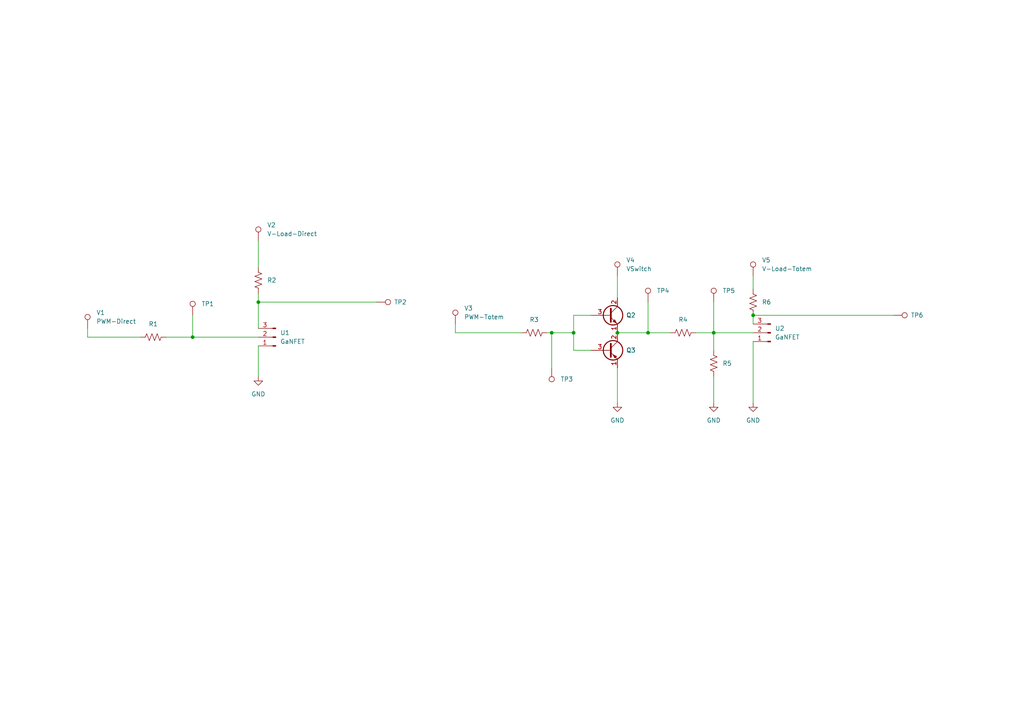
<source format=kicad_sch>
(kicad_sch (version 20211123) (generator eeschema)

  (uuid 9538e4ed-27e6-4c37-b989-9859dc0d49e8)

  (paper "A4")

  (lib_symbols
    (symbol "Connector:Conn_01x03_Male" (pin_names (offset 1.016) hide) (in_bom yes) (on_board yes)
      (property "Reference" "J" (id 0) (at 0 5.08 0)
        (effects (font (size 1.27 1.27)))
      )
      (property "Value" "Conn_01x03_Male" (id 1) (at 0 -5.08 0)
        (effects (font (size 1.27 1.27)))
      )
      (property "Footprint" "" (id 2) (at 0 0 0)
        (effects (font (size 1.27 1.27)) hide)
      )
      (property "Datasheet" "~" (id 3) (at 0 0 0)
        (effects (font (size 1.27 1.27)) hide)
      )
      (property "ki_keywords" "connector" (id 4) (at 0 0 0)
        (effects (font (size 1.27 1.27)) hide)
      )
      (property "ki_description" "Generic connector, single row, 01x03, script generated (kicad-library-utils/schlib/autogen/connector/)" (id 5) (at 0 0 0)
        (effects (font (size 1.27 1.27)) hide)
      )
      (property "ki_fp_filters" "Connector*:*_1x??_*" (id 6) (at 0 0 0)
        (effects (font (size 1.27 1.27)) hide)
      )
      (symbol "Conn_01x03_Male_1_1"
        (polyline
          (pts
            (xy 1.27 -2.54)
            (xy 0.8636 -2.54)
          )
          (stroke (width 0.1524) (type default) (color 0 0 0 0))
          (fill (type none))
        )
        (polyline
          (pts
            (xy 1.27 0)
            (xy 0.8636 0)
          )
          (stroke (width 0.1524) (type default) (color 0 0 0 0))
          (fill (type none))
        )
        (polyline
          (pts
            (xy 1.27 2.54)
            (xy 0.8636 2.54)
          )
          (stroke (width 0.1524) (type default) (color 0 0 0 0))
          (fill (type none))
        )
        (rectangle (start 0.8636 -2.413) (end 0 -2.667)
          (stroke (width 0.1524) (type default) (color 0 0 0 0))
          (fill (type outline))
        )
        (rectangle (start 0.8636 0.127) (end 0 -0.127)
          (stroke (width 0.1524) (type default) (color 0 0 0 0))
          (fill (type outline))
        )
        (rectangle (start 0.8636 2.667) (end 0 2.413)
          (stroke (width 0.1524) (type default) (color 0 0 0 0))
          (fill (type outline))
        )
        (pin passive line (at 5.08 2.54 180) (length 3.81)
          (name "Pin_1" (effects (font (size 1.27 1.27))))
          (number "1" (effects (font (size 1.27 1.27))))
        )
        (pin passive line (at 5.08 0 180) (length 3.81)
          (name "Pin_2" (effects (font (size 1.27 1.27))))
          (number "2" (effects (font (size 1.27 1.27))))
        )
        (pin passive line (at 5.08 -2.54 180) (length 3.81)
          (name "Pin_3" (effects (font (size 1.27 1.27))))
          (number "3" (effects (font (size 1.27 1.27))))
        )
      )
    )
    (symbol "Connector:TestPoint" (pin_numbers hide) (pin_names (offset 0.762) hide) (in_bom yes) (on_board yes)
      (property "Reference" "TP" (id 0) (at 0 6.858 0)
        (effects (font (size 1.27 1.27)))
      )
      (property "Value" "TestPoint" (id 1) (at 0 5.08 0)
        (effects (font (size 1.27 1.27)))
      )
      (property "Footprint" "" (id 2) (at 5.08 0 0)
        (effects (font (size 1.27 1.27)) hide)
      )
      (property "Datasheet" "~" (id 3) (at 5.08 0 0)
        (effects (font (size 1.27 1.27)) hide)
      )
      (property "ki_keywords" "test point tp" (id 4) (at 0 0 0)
        (effects (font (size 1.27 1.27)) hide)
      )
      (property "ki_description" "test point" (id 5) (at 0 0 0)
        (effects (font (size 1.27 1.27)) hide)
      )
      (property "ki_fp_filters" "Pin* Test*" (id 6) (at 0 0 0)
        (effects (font (size 1.27 1.27)) hide)
      )
      (symbol "TestPoint_0_1"
        (circle (center 0 3.302) (radius 0.762)
          (stroke (width 0) (type default) (color 0 0 0 0))
          (fill (type none))
        )
      )
      (symbol "TestPoint_1_1"
        (pin passive line (at 0 0 90) (length 2.54)
          (name "1" (effects (font (size 1.27 1.27))))
          (number "1" (effects (font (size 1.27 1.27))))
        )
      )
    )
    (symbol "Device:R_US" (pin_numbers hide) (pin_names (offset 0)) (in_bom yes) (on_board yes)
      (property "Reference" "R" (id 0) (at 2.54 0 90)
        (effects (font (size 1.27 1.27)))
      )
      (property "Value" "R_US" (id 1) (at -2.54 0 90)
        (effects (font (size 1.27 1.27)))
      )
      (property "Footprint" "" (id 2) (at 1.016 -0.254 90)
        (effects (font (size 1.27 1.27)) hide)
      )
      (property "Datasheet" "~" (id 3) (at 0 0 0)
        (effects (font (size 1.27 1.27)) hide)
      )
      (property "ki_keywords" "R res resistor" (id 4) (at 0 0 0)
        (effects (font (size 1.27 1.27)) hide)
      )
      (property "ki_description" "Resistor, US symbol" (id 5) (at 0 0 0)
        (effects (font (size 1.27 1.27)) hide)
      )
      (property "ki_fp_filters" "R_*" (id 6) (at 0 0 0)
        (effects (font (size 1.27 1.27)) hide)
      )
      (symbol "R_US_0_1"
        (polyline
          (pts
            (xy 0 -2.286)
            (xy 0 -2.54)
          )
          (stroke (width 0) (type default) (color 0 0 0 0))
          (fill (type none))
        )
        (polyline
          (pts
            (xy 0 2.286)
            (xy 0 2.54)
          )
          (stroke (width 0) (type default) (color 0 0 0 0))
          (fill (type none))
        )
        (polyline
          (pts
            (xy 0 -0.762)
            (xy 1.016 -1.143)
            (xy 0 -1.524)
            (xy -1.016 -1.905)
            (xy 0 -2.286)
          )
          (stroke (width 0) (type default) (color 0 0 0 0))
          (fill (type none))
        )
        (polyline
          (pts
            (xy 0 0.762)
            (xy 1.016 0.381)
            (xy 0 0)
            (xy -1.016 -0.381)
            (xy 0 -0.762)
          )
          (stroke (width 0) (type default) (color 0 0 0 0))
          (fill (type none))
        )
        (polyline
          (pts
            (xy 0 2.286)
            (xy 1.016 1.905)
            (xy 0 1.524)
            (xy -1.016 1.143)
            (xy 0 0.762)
          )
          (stroke (width 0) (type default) (color 0 0 0 0))
          (fill (type none))
        )
      )
      (symbol "R_US_1_1"
        (pin passive line (at 0 3.81 270) (length 1.27)
          (name "~" (effects (font (size 1.27 1.27))))
          (number "1" (effects (font (size 1.27 1.27))))
        )
        (pin passive line (at 0 -3.81 90) (length 1.27)
          (name "~" (effects (font (size 1.27 1.27))))
          (number "2" (effects (font (size 1.27 1.27))))
        )
      )
    )
    (symbol "R_US_1" (pin_numbers hide) (pin_names (offset 0)) (in_bom yes) (on_board yes)
      (property "Reference" "R" (id 0) (at 2.54 0 90)
        (effects (font (size 1.27 1.27)))
      )
      (property "Value" "R_US_1" (id 1) (at -2.54 0 90)
        (effects (font (size 1.27 1.27)))
      )
      (property "Footprint" "" (id 2) (at 1.016 -0.254 90)
        (effects (font (size 1.27 1.27)) hide)
      )
      (property "Datasheet" "~" (id 3) (at 0 0 0)
        (effects (font (size 1.27 1.27)) hide)
      )
      (property "ki_keywords" "R res resistor" (id 4) (at 0 0 0)
        (effects (font (size 1.27 1.27)) hide)
      )
      (property "ki_description" "Resistor, US symbol" (id 5) (at 0 0 0)
        (effects (font (size 1.27 1.27)) hide)
      )
      (property "ki_fp_filters" "R_*" (id 6) (at 0 0 0)
        (effects (font (size 1.27 1.27)) hide)
      )
      (symbol "R_US_1_0_1"
        (polyline
          (pts
            (xy 0 -2.286)
            (xy 0 -2.54)
          )
          (stroke (width 0) (type default) (color 0 0 0 0))
          (fill (type none))
        )
        (polyline
          (pts
            (xy 0 2.286)
            (xy 0 2.54)
          )
          (stroke (width 0) (type default) (color 0 0 0 0))
          (fill (type none))
        )
        (polyline
          (pts
            (xy 0 -0.762)
            (xy 1.016 -1.143)
            (xy 0 -1.524)
            (xy -1.016 -1.905)
            (xy 0 -2.286)
          )
          (stroke (width 0) (type default) (color 0 0 0 0))
          (fill (type none))
        )
        (polyline
          (pts
            (xy 0 0.762)
            (xy 1.016 0.381)
            (xy 0 0)
            (xy -1.016 -0.381)
            (xy 0 -0.762)
          )
          (stroke (width 0) (type default) (color 0 0 0 0))
          (fill (type none))
        )
        (polyline
          (pts
            (xy 0 2.286)
            (xy 1.016 1.905)
            (xy 0 1.524)
            (xy -1.016 1.143)
            (xy 0 0.762)
          )
          (stroke (width 0) (type default) (color 0 0 0 0))
          (fill (type none))
        )
      )
      (symbol "R_US_1_1_1"
        (pin passive line (at 0 3.81 270) (length 1.27)
          (name "~" (effects (font (size 1.27 1.27))))
          (number "1" (effects (font (size 1.27 1.27))))
        )
        (pin passive line (at 0 -3.81 90) (length 1.27)
          (name "~" (effects (font (size 1.27 1.27))))
          (number "2" (effects (font (size 1.27 1.27))))
        )
      )
    )
    (symbol "Transistor_BJT:BD435" (pin_names (offset 0) hide) (in_bom yes) (on_board yes)
      (property "Reference" "Q" (id 0) (at 5.08 1.905 0)
        (effects (font (size 1.27 1.27)) (justify left))
      )
      (property "Value" "BD435" (id 1) (at 5.08 0 0)
        (effects (font (size 1.27 1.27)) (justify left))
      )
      (property "Footprint" "Package_TO_SOT_THT:TO-126-3_Vertical" (id 2) (at 5.08 -1.905 0)
        (effects (font (size 1.27 1.27) italic) (justify left) hide)
      )
      (property "Datasheet" "http://www.cdil.com/datasheets/bd433_42.pdf" (id 3) (at 0 0 0)
        (effects (font (size 1.27 1.27)) (justify left) hide)
      )
      (property "ki_keywords" "Power NPN Transistor" (id 4) (at 0 0 0)
        (effects (font (size 1.27 1.27)) hide)
      )
      (property "ki_description" "4A Ic, 32V Vce, Power NPN Transistor, TO-126" (id 5) (at 0 0 0)
        (effects (font (size 1.27 1.27)) hide)
      )
      (property "ki_fp_filters" "TO?126*" (id 6) (at 0 0 0)
        (effects (font (size 1.27 1.27)) hide)
      )
      (symbol "BD435_0_1"
        (polyline
          (pts
            (xy 0 0)
            (xy 0.635 0)
          )
          (stroke (width 0) (type default) (color 0 0 0 0))
          (fill (type none))
        )
        (polyline
          (pts
            (xy 2.54 -2.54)
            (xy 0.635 -0.635)
          )
          (stroke (width 0) (type default) (color 0 0 0 0))
          (fill (type none))
        )
        (polyline
          (pts
            (xy 2.54 2.54)
            (xy 0.635 0.635)
          )
          (stroke (width 0) (type default) (color 0 0 0 0))
          (fill (type none))
        )
        (polyline
          (pts
            (xy 0.635 1.905)
            (xy 0.635 -1.905)
            (xy 0.635 -1.905)
          )
          (stroke (width 0.508) (type default) (color 0 0 0 0))
          (fill (type outline))
        )
        (polyline
          (pts
            (xy 1.2446 -1.778)
            (xy 1.7526 -1.27)
            (xy 2.286 -2.286)
            (xy 1.2446 -1.778)
            (xy 1.2446 -1.778)
          )
          (stroke (width 0) (type default) (color 0 0 0 0))
          (fill (type outline))
        )
        (circle (center 1.27 0) (radius 2.8194)
          (stroke (width 0.3048) (type default) (color 0 0 0 0))
          (fill (type none))
        )
      )
      (symbol "BD435_1_1"
        (pin passive line (at 2.54 -5.08 90) (length 2.54)
          (name "E" (effects (font (size 1.27 1.27))))
          (number "1" (effects (font (size 1.27 1.27))))
        )
        (pin passive line (at 2.54 5.08 270) (length 2.54)
          (name "C" (effects (font (size 1.27 1.27))))
          (number "2" (effects (font (size 1.27 1.27))))
        )
        (pin input line (at -5.08 0 0) (length 5.08)
          (name "B" (effects (font (size 1.27 1.27))))
          (number "3" (effects (font (size 1.27 1.27))))
        )
      )
    )
    (symbol "Transistor_BJT:BD436" (pin_names (offset 0) hide) (in_bom yes) (on_board yes)
      (property "Reference" "Q" (id 0) (at 5.08 1.905 0)
        (effects (font (size 1.27 1.27)) (justify left))
      )
      (property "Value" "BD436" (id 1) (at 5.08 0 0)
        (effects (font (size 1.27 1.27)) (justify left))
      )
      (property "Footprint" "Package_TO_SOT_THT:TO-126-3_Vertical" (id 2) (at 5.08 -1.905 0)
        (effects (font (size 1.27 1.27) italic) (justify left) hide)
      )
      (property "Datasheet" "http://www.cdil.com/datasheets/bd433_42.pdf" (id 3) (at 0 0 0)
        (effects (font (size 1.27 1.27)) (justify left) hide)
      )
      (property "ki_keywords" "Power PNP Transistor" (id 4) (at 0 0 0)
        (effects (font (size 1.27 1.27)) hide)
      )
      (property "ki_description" "4A Ic, 32V Vce, Power PNP Transistor, TO-126" (id 5) (at 0 0 0)
        (effects (font (size 1.27 1.27)) hide)
      )
      (property "ki_fp_filters" "TO?126*" (id 6) (at 0 0 0)
        (effects (font (size 1.27 1.27)) hide)
      )
      (symbol "BD436_0_1"
        (polyline
          (pts
            (xy 0 0)
            (xy 0.635 0)
          )
          (stroke (width 0) (type default) (color 0 0 0 0))
          (fill (type none))
        )
        (polyline
          (pts
            (xy 2.54 -2.54)
            (xy 0.635 -0.635)
          )
          (stroke (width 0) (type default) (color 0 0 0 0))
          (fill (type none))
        )
        (polyline
          (pts
            (xy 2.54 2.54)
            (xy 0.635 0.635)
          )
          (stroke (width 0) (type default) (color 0 0 0 0))
          (fill (type none))
        )
        (polyline
          (pts
            (xy 0.635 1.905)
            (xy 0.635 -1.905)
            (xy 0.635 -1.905)
          )
          (stroke (width 0.508) (type default) (color 0 0 0 0))
          (fill (type outline))
        )
        (polyline
          (pts
            (xy 2.3114 -1.778)
            (xy 1.8034 -2.286)
            (xy 1.27 -1.27)
            (xy 2.3114 -1.778)
            (xy 2.3114 -1.778)
          )
          (stroke (width 0) (type default) (color 0 0 0 0))
          (fill (type outline))
        )
        (circle (center 1.27 0) (radius 2.8194)
          (stroke (width 0.3048) (type default) (color 0 0 0 0))
          (fill (type none))
        )
      )
      (symbol "BD436_1_1"
        (pin passive line (at 2.54 -5.08 90) (length 2.54)
          (name "E" (effects (font (size 1.27 1.27))))
          (number "1" (effects (font (size 1.27 1.27))))
        )
        (pin passive line (at 2.54 5.08 270) (length 2.54)
          (name "C" (effects (font (size 1.27 1.27))))
          (number "2" (effects (font (size 1.27 1.27))))
        )
        (pin input line (at -5.08 0 0) (length 5.08)
          (name "B" (effects (font (size 1.27 1.27))))
          (number "3" (effects (font (size 1.27 1.27))))
        )
      )
    )
    (symbol "power:GND" (power) (pin_names (offset 0)) (in_bom yes) (on_board yes)
      (property "Reference" "#PWR" (id 0) (at 0 -6.35 0)
        (effects (font (size 1.27 1.27)) hide)
      )
      (property "Value" "GND" (id 1) (at 0 -3.81 0)
        (effects (font (size 1.27 1.27)))
      )
      (property "Footprint" "" (id 2) (at 0 0 0)
        (effects (font (size 1.27 1.27)) hide)
      )
      (property "Datasheet" "" (id 3) (at 0 0 0)
        (effects (font (size 1.27 1.27)) hide)
      )
      (property "ki_keywords" "power-flag" (id 4) (at 0 0 0)
        (effects (font (size 1.27 1.27)) hide)
      )
      (property "ki_description" "Power symbol creates a global label with name \"GND\" , ground" (id 5) (at 0 0 0)
        (effects (font (size 1.27 1.27)) hide)
      )
      (symbol "GND_0_1"
        (polyline
          (pts
            (xy 0 0)
            (xy 0 -1.27)
            (xy 1.27 -1.27)
            (xy 0 -2.54)
            (xy -1.27 -1.27)
            (xy 0 -1.27)
          )
          (stroke (width 0) (type default) (color 0 0 0 0))
          (fill (type none))
        )
      )
      (symbol "GND_1_1"
        (pin power_in line (at 0 0 270) (length 0) hide
          (name "GND" (effects (font (size 1.27 1.27))))
          (number "1" (effects (font (size 1.27 1.27))))
        )
      )
    )
  )


  (junction (at 218.44 91.44) (diameter 0) (color 0 0 0 0)
    (uuid 02a2de88-ff33-421f-815a-26d3ec96d8c2)
  )
  (junction (at 160.02 96.52) (diameter 0) (color 0 0 0 0)
    (uuid 09fd04cc-1909-4d76-b41c-b07561c28f81)
  )
  (junction (at 179.07 96.52) (diameter 0) (color 0 0 0 0)
    (uuid 24f84f63-8dea-4c03-8e89-6d06984bbc12)
  )
  (junction (at 187.96 96.52) (diameter 0) (color 0 0 0 0)
    (uuid 33df527d-470b-47ca-bc8f-e784eb9946bd)
  )
  (junction (at 207.01 96.52) (diameter 0) (color 0 0 0 0)
    (uuid b81fe93c-89f9-494d-bab4-11c7348dc2ff)
  )
  (junction (at 74.93 87.63) (diameter 0) (color 0 0 0 0)
    (uuid bc68aad6-360b-45b6-8f55-e10028d74b21)
  )
  (junction (at 166.37 96.52) (diameter 0) (color 0 0 0 0)
    (uuid c5cbb697-d4cb-4399-9299-ec5c76333df0)
  )
  (junction (at 55.88 97.79) (diameter 0) (color 0 0 0 0)
    (uuid cd392574-3e26-4ed1-b2fa-98dc3acbd33f)
  )

  (wire (pts (xy 201.93 96.52) (xy 207.01 96.52))
    (stroke (width 0) (type default) (color 0 0 0 0))
    (uuid 0427e080-7343-4562-bbde-c80efd504beb)
  )
  (wire (pts (xy 74.93 87.63) (xy 74.93 95.25))
    (stroke (width 0) (type default) (color 0 0 0 0))
    (uuid 0a1a9184-31af-481b-a63c-67908ed6bae5)
  )
  (wire (pts (xy 218.44 80.01) (xy 218.44 83.82))
    (stroke (width 0) (type default) (color 0 0 0 0))
    (uuid 10624173-e3ab-4f4a-9e75-5b23416c9a83)
  )
  (wire (pts (xy 218.44 99.06) (xy 218.44 116.84))
    (stroke (width 0) (type default) (color 0 0 0 0))
    (uuid 14813231-8744-4e76-9827-08a23281ebb3)
  )
  (wire (pts (xy 25.4 95.25) (xy 25.4 97.79))
    (stroke (width 0) (type default) (color 0 0 0 0))
    (uuid 2fbbccde-6d1a-4689-8748-c0238f607a3b)
  )
  (wire (pts (xy 55.88 97.79) (xy 74.93 97.79))
    (stroke (width 0) (type default) (color 0 0 0 0))
    (uuid 31ea1b21-10e5-4405-9ec5-8bf932456ff7)
  )
  (wire (pts (xy 171.45 91.44) (xy 166.37 91.44))
    (stroke (width 0) (type default) (color 0 0 0 0))
    (uuid 323d834b-0db0-400a-8a7d-7d18dc5e64cb)
  )
  (wire (pts (xy 218.44 91.44) (xy 218.44 93.98))
    (stroke (width 0) (type default) (color 0 0 0 0))
    (uuid 398c1970-4e8e-4466-8aec-bbd86ec5649c)
  )
  (wire (pts (xy 74.93 85.09) (xy 74.93 87.63))
    (stroke (width 0) (type default) (color 0 0 0 0))
    (uuid 3a31e734-2261-4fac-8a2c-0aef7f6f086e)
  )
  (wire (pts (xy 187.96 96.52) (xy 194.31 96.52))
    (stroke (width 0) (type default) (color 0 0 0 0))
    (uuid 42088d92-71a8-4c3b-8c16-1c63e53032a7)
  )
  (wire (pts (xy 48.26 97.79) (xy 55.88 97.79))
    (stroke (width 0) (type default) (color 0 0 0 0))
    (uuid 4d3f2637-64fa-4be4-8917-121717d8b4da)
  )
  (wire (pts (xy 207.01 87.63) (xy 207.01 96.52))
    (stroke (width 0) (type default) (color 0 0 0 0))
    (uuid 4d40a756-7a06-4ba0-a613-749fce49bfc4)
  )
  (wire (pts (xy 207.01 96.52) (xy 207.01 101.6))
    (stroke (width 0) (type default) (color 0 0 0 0))
    (uuid 5488127e-9889-4fd8-bf11-babf325d3e9f)
  )
  (wire (pts (xy 187.96 87.63) (xy 187.96 96.52))
    (stroke (width 0) (type default) (color 0 0 0 0))
    (uuid 58b5c67b-f991-4b40-9f52-12ca215c1899)
  )
  (wire (pts (xy 25.4 97.79) (xy 40.64 97.79))
    (stroke (width 0) (type default) (color 0 0 0 0))
    (uuid 5e7e44b9-f806-49bf-b4aa-2ef9de0dff28)
  )
  (wire (pts (xy 179.07 96.52) (xy 187.96 96.52))
    (stroke (width 0) (type default) (color 0 0 0 0))
    (uuid 63aa4394-5681-4210-8000-c2d1285a1455)
  )
  (wire (pts (xy 179.07 80.01) (xy 179.07 86.36))
    (stroke (width 0) (type default) (color 0 0 0 0))
    (uuid 6e0d3348-cbd8-41d0-b7ae-666c3b556a8d)
  )
  (wire (pts (xy 179.07 106.68) (xy 179.07 116.84))
    (stroke (width 0) (type default) (color 0 0 0 0))
    (uuid 6fe28877-b32b-4afb-9f8f-225628f9a3d2)
  )
  (wire (pts (xy 132.08 96.52) (xy 151.13 96.52))
    (stroke (width 0) (type default) (color 0 0 0 0))
    (uuid 7fbe5a8f-2d0e-4a16-beca-0919d47221ca)
  )
  (wire (pts (xy 166.37 96.52) (xy 166.37 101.6))
    (stroke (width 0) (type default) (color 0 0 0 0))
    (uuid 8f306ce8-fe71-4ebf-b08b-682abf2f3f08)
  )
  (wire (pts (xy 74.93 87.63) (xy 109.22 87.63))
    (stroke (width 0) (type default) (color 0 0 0 0))
    (uuid 9f8c9b4d-9024-402f-967a-dd788f7dc5fe)
  )
  (wire (pts (xy 74.93 69.85) (xy 74.93 77.47))
    (stroke (width 0) (type default) (color 0 0 0 0))
    (uuid a8faad7e-1ac0-4ecb-ba64-b41f72f33f09)
  )
  (wire (pts (xy 166.37 101.6) (xy 171.45 101.6))
    (stroke (width 0) (type default) (color 0 0 0 0))
    (uuid acfcc4f8-d781-4932-8684-80ca0f5b3598)
  )
  (wire (pts (xy 160.02 96.52) (xy 160.02 106.68))
    (stroke (width 0) (type default) (color 0 0 0 0))
    (uuid b21b95ca-51e6-458b-a4fc-1ed6fb814261)
  )
  (wire (pts (xy 207.01 96.52) (xy 218.44 96.52))
    (stroke (width 0) (type default) (color 0 0 0 0))
    (uuid b7a04ff9-36d6-4fca-9eed-40142186a812)
  )
  (wire (pts (xy 259.08 91.44) (xy 218.44 91.44))
    (stroke (width 0) (type default) (color 0 0 0 0))
    (uuid bbb995f2-8f51-48af-a4fa-254d915ef2ec)
  )
  (wire (pts (xy 207.01 109.22) (xy 207.01 116.84))
    (stroke (width 0) (type default) (color 0 0 0 0))
    (uuid bebe79a0-8415-460d-82fc-e56b3eb024b8)
  )
  (wire (pts (xy 160.02 96.52) (xy 166.37 96.52))
    (stroke (width 0) (type default) (color 0 0 0 0))
    (uuid c0989e55-0405-4085-8e65-4ee0fdc010a8)
  )
  (wire (pts (xy 166.37 91.44) (xy 166.37 96.52))
    (stroke (width 0) (type default) (color 0 0 0 0))
    (uuid c15913ca-b17f-4cb1-9058-9ef4f32c93c5)
  )
  (wire (pts (xy 74.93 100.33) (xy 74.93 109.22))
    (stroke (width 0) (type default) (color 0 0 0 0))
    (uuid c7d5fbf8-a247-48f1-8fac-239621cfab84)
  )
  (wire (pts (xy 55.88 91.44) (xy 55.88 97.79))
    (stroke (width 0) (type default) (color 0 0 0 0))
    (uuid e2d92c99-b986-460d-8f67-30b4ca29bb36)
  )
  (wire (pts (xy 132.08 93.98) (xy 132.08 96.52))
    (stroke (width 0) (type default) (color 0 0 0 0))
    (uuid e60d43d1-69db-4bf5-b3d1-f9fc47183eef)
  )
  (wire (pts (xy 158.75 96.52) (xy 160.02 96.52))
    (stroke (width 0) (type default) (color 0 0 0 0))
    (uuid ee777ebc-ac3e-4a77-957e-011ed745f8ca)
  )

  (symbol (lib_id "Device:R_US") (at 44.45 97.79 270) (unit 1)
    (in_bom yes) (on_board yes) (fields_autoplaced)
    (uuid 0f1784aa-35b4-4bbc-98c2-79bd2403be36)
    (property "Reference" "R1" (id 0) (at 44.45 93.98 90))
    (property "Value" "" (id 1) (at 44.45 93.98 90)
      (effects (font (size 1.27 1.27)) hide)
    )
    (property "Footprint" "" (id 2) (at 44.196 98.806 90)
      (effects (font (size 1.27 1.27)) hide)
    )
    (property "Datasheet" "~" (id 3) (at 44.45 97.79 0)
      (effects (font (size 1.27 1.27)) hide)
    )
    (pin "1" (uuid 9d7dc7c0-da28-4bcf-a984-74d9bfed8c4f))
    (pin "2" (uuid 176d3ea6-6a37-4529-b902-64dbf92e104e))
  )

  (symbol (lib_name "R_US_1") (lib_id "Device:R_US") (at 74.93 81.28 180) (unit 1)
    (in_bom yes) (on_board yes) (fields_autoplaced)
    (uuid 30da7ff7-9d84-4d9b-bcfd-9fb4ce306f3b)
    (property "Reference" "R2" (id 0) (at 77.47 81.2799 0)
      (effects (font (size 1.27 1.27)) (justify right))
    )
    (property "Value" "" (id 1) (at 77.47 82.5499 0)
      (effects (font (size 1.27 1.27)) (justify right) hide)
    )
    (property "Footprint" "" (id 2) (at 73.914 81.026 90)
      (effects (font (size 1.27 1.27)) hide)
    )
    (property "Datasheet" "~" (id 3) (at 74.93 81.28 0)
      (effects (font (size 1.27 1.27)) hide)
    )
    (pin "1" (uuid 9e591962-6e1e-4231-a992-4898d14530b2))
    (pin "2" (uuid 7bd98faa-1d5d-4541-9771-797daf801d02))
  )

  (symbol (lib_id "Transistor_BJT:BD435") (at 176.53 91.44 0) (unit 1)
    (in_bom yes) (on_board yes) (fields_autoplaced)
    (uuid 36974a30-0f6e-490b-94b6-6d027376cd96)
    (property "Reference" "Q2" (id 0) (at 181.61 91.4399 0)
      (effects (font (size 1.27 1.27)) (justify left))
    )
    (property "Value" "" (id 1) (at 181.61 92.7099 0)
      (effects (font (size 1.27 1.27)) (justify left) hide)
    )
    (property "Footprint" "" (id 2) (at 181.61 93.345 0)
      (effects (font (size 1.27 1.27) italic) (justify left) hide)
    )
    (property "Datasheet" "http://www.cdil.com/datasheets/bd433_42.pdf" (id 3) (at 176.53 91.44 0)
      (effects (font (size 1.27 1.27)) (justify left) hide)
    )
    (pin "1" (uuid 98559c04-1edf-4a16-a403-ee803395c189))
    (pin "2" (uuid 198c8220-35a2-4b8b-97eb-1f4e2ae5b6f2))
    (pin "3" (uuid da0c8d41-b39e-4471-8532-960046ed3b3c))
  )

  (symbol (lib_id "Connector:TestPoint") (at 207.01 87.63 0) (mirror y) (unit 1)
    (in_bom yes) (on_board yes) (fields_autoplaced)
    (uuid 3c773c98-edea-496b-8916-74bbc20fc90a)
    (property "Reference" "TP5" (id 0) (at 209.55 84.3279 0)
      (effects (font (size 1.27 1.27)) (justify right))
    )
    (property "Value" "" (id 1) (at 209.55 85.5979 0)
      (effects (font (size 1.27 1.27)) (justify right) hide)
    )
    (property "Footprint" "" (id 2) (at 201.93 87.63 0)
      (effects (font (size 1.27 1.27)) hide)
    )
    (property "Datasheet" "~" (id 3) (at 201.93 87.63 0)
      (effects (font (size 1.27 1.27)) hide)
    )
    (pin "1" (uuid 4a8b9b9b-e059-46ef-9301-8bdd290f3518))
  )

  (symbol (lib_id "Device:R_US") (at 154.94 96.52 270) (unit 1)
    (in_bom yes) (on_board yes) (fields_autoplaced)
    (uuid 4ebf4773-fd03-4191-96e7-f72835e5baf4)
    (property "Reference" "R3" (id 0) (at 154.94 92.71 90))
    (property "Value" "" (id 1) (at 154.94 92.71 90)
      (effects (font (size 1.27 1.27)) hide)
    )
    (property "Footprint" "" (id 2) (at 154.686 97.536 90)
      (effects (font (size 1.27 1.27)) hide)
    )
    (property "Datasheet" "~" (id 3) (at 154.94 96.52 0)
      (effects (font (size 1.27 1.27)) hide)
    )
    (pin "1" (uuid 2d321073-88e1-4316-8421-4a8886dde9fc))
    (pin "2" (uuid 1327380e-8c67-4e70-a850-6ab5d2a5fd75))
  )

  (symbol (lib_id "Connector:TestPoint") (at 160.02 106.68 180) (unit 1)
    (in_bom yes) (on_board yes) (fields_autoplaced)
    (uuid 524670ec-c913-4797-8c96-e6f18c3d8e3b)
    (property "Reference" "TP3" (id 0) (at 162.56 109.9819 0)
      (effects (font (size 1.27 1.27)) (justify right))
    )
    (property "Value" "" (id 1) (at 162.56 111.2519 0)
      (effects (font (size 1.27 1.27)) (justify right) hide)
    )
    (property "Footprint" "" (id 2) (at 154.94 106.68 0)
      (effects (font (size 1.27 1.27)) hide)
    )
    (property "Datasheet" "~" (id 3) (at 154.94 106.68 0)
      (effects (font (size 1.27 1.27)) hide)
    )
    (pin "1" (uuid 151bdbd9-540a-4d57-a026-59fdb6d1a9fb))
  )

  (symbol (lib_id "Connector:TestPoint") (at 55.88 91.44 0) (unit 1)
    (in_bom yes) (on_board yes) (fields_autoplaced)
    (uuid 54761523-9223-431d-8bde-0c1fa1a7f851)
    (property "Reference" "TP1" (id 0) (at 58.42 88.1379 0)
      (effects (font (size 1.27 1.27)) (justify left))
    )
    (property "Value" "" (id 1) (at 58.42 89.4079 0)
      (effects (font (size 1.27 1.27)) (justify left) hide)
    )
    (property "Footprint" "TestPoint:TestPoint_Pad_3.0x3.0mm" (id 2) (at 60.96 91.44 0)
      (effects (font (size 1.27 1.27)) hide)
    )
    (property "Datasheet" "~" (id 3) (at 60.96 91.44 0)
      (effects (font (size 1.27 1.27)) hide)
    )
    (pin "1" (uuid 42e5cff2-62c0-4e44-aa20-4f32976a9def))
  )

  (symbol (lib_id "Transistor_BJT:BD436") (at 176.53 101.6 0) (unit 1)
    (in_bom yes) (on_board yes) (fields_autoplaced)
    (uuid 58b86684-18b4-4212-aec0-d0eed1ad3374)
    (property "Reference" "Q3" (id 0) (at 181.61 101.5999 0)
      (effects (font (size 1.27 1.27)) (justify left))
    )
    (property "Value" "" (id 1) (at 181.61 102.8699 0)
      (effects (font (size 1.27 1.27)) (justify left) hide)
    )
    (property "Footprint" "" (id 2) (at 181.61 103.505 0)
      (effects (font (size 1.27 1.27) italic) (justify left) hide)
    )
    (property "Datasheet" "http://www.cdil.com/datasheets/bd433_42.pdf" (id 3) (at 176.53 101.6 0)
      (effects (font (size 1.27 1.27)) (justify left) hide)
    )
    (pin "1" (uuid 3a15d3a4-7fe3-4d5e-9e24-fd673f922c7d))
    (pin "2" (uuid 62e86006-009e-4ef7-a856-298cc71ca05b))
    (pin "3" (uuid ef4e364a-4525-40d1-b91b-29f196d0293f))
  )

  (symbol (lib_id "Device:R_US") (at 198.12 96.52 270) (unit 1)
    (in_bom yes) (on_board yes) (fields_autoplaced)
    (uuid 638f25d2-c0f3-4b26-98c2-56361c19f1f1)
    (property "Reference" "R4" (id 0) (at 198.12 92.71 90))
    (property "Value" "" (id 1) (at 198.12 92.71 90)
      (effects (font (size 1.27 1.27)) hide)
    )
    (property "Footprint" "" (id 2) (at 197.866 97.536 90)
      (effects (font (size 1.27 1.27)) hide)
    )
    (property "Datasheet" "~" (id 3) (at 198.12 96.52 0)
      (effects (font (size 1.27 1.27)) hide)
    )
    (pin "1" (uuid 54be2e8d-b9e1-45ef-9cf3-5bde450aee2c))
    (pin "2" (uuid ab01b4ba-dc62-423a-8240-3f98975e4171))
  )

  (symbol (lib_id "Connector:TestPoint") (at 259.08 91.44 270) (unit 1)
    (in_bom yes) (on_board yes) (fields_autoplaced)
    (uuid 66d2383b-ea9b-4c7a-95e6-2341236bea46)
    (property "Reference" "TP6" (id 0) (at 264.16 91.4399 90)
      (effects (font (size 1.27 1.27)) (justify left))
    )
    (property "Value" "" (id 1) (at 261.1121 93.98 0)
      (effects (font (size 1.27 1.27)) (justify left) hide)
    )
    (property "Footprint" "" (id 2) (at 259.08 96.52 0)
      (effects (font (size 1.27 1.27)) hide)
    )
    (property "Datasheet" "~" (id 3) (at 259.08 96.52 0)
      (effects (font (size 1.27 1.27)) hide)
    )
    (pin "1" (uuid e8314582-d844-4bfb-a97e-5e3476aaecca))
  )

  (symbol (lib_id "Connector:TestPoint") (at 179.07 80.01 0) (unit 1)
    (in_bom yes) (on_board yes) (fields_autoplaced)
    (uuid 72697b8c-3013-4eac-81e7-03e0cb778e8f)
    (property "Reference" "V4" (id 0) (at 181.61 75.4379 0)
      (effects (font (size 1.27 1.27)) (justify left))
    )
    (property "Value" "" (id 1) (at 181.61 77.9779 0)
      (effects (font (size 1.27 1.27)) (justify left))
    )
    (property "Footprint" "" (id 2) (at 184.15 80.01 0)
      (effects (font (size 1.27 1.27)) hide)
    )
    (property "Datasheet" "~" (id 3) (at 184.15 80.01 0)
      (effects (font (size 1.27 1.27)) hide)
    )
    (pin "1" (uuid 33934d80-fbf5-40db-9424-ee4999c4587d))
  )

  (symbol (lib_id "Connector:Conn_01x03_Male") (at 80.01 97.79 180) (unit 1)
    (in_bom yes) (on_board yes) (fields_autoplaced)
    (uuid 7fca2734-a9e1-494c-84ed-35253cad7040)
    (property "Reference" "U1" (id 0) (at 81.28 96.5199 0)
      (effects (font (size 1.27 1.27)) (justify right))
    )
    (property "Value" "" (id 1) (at 81.28 99.0599 0)
      (effects (font (size 1.27 1.27)) (justify right))
    )
    (property "Footprint" "" (id 2) (at 80.01 97.79 0)
      (effects (font (size 1.27 1.27)) hide)
    )
    (property "Datasheet" "~" (id 3) (at 80.01 97.79 0)
      (effects (font (size 1.27 1.27)) hide)
    )
    (pin "1" (uuid 2b2258e4-93ad-4e59-af95-dc96bab73c77))
    (pin "2" (uuid dc85d0b5-5225-455d-939e-3f6fd035ca93))
    (pin "3" (uuid c30b67fb-12fc-4b51-b69d-0ce0946cc758))
  )

  (symbol (lib_id "power:GND") (at 179.07 116.84 0) (unit 1)
    (in_bom yes) (on_board yes) (fields_autoplaced)
    (uuid 8a97723c-efa2-4aa1-80c6-f5a11817e9a1)
    (property "Reference" "#PWR06" (id 0) (at 179.07 123.19 0)
      (effects (font (size 1.27 1.27)) hide)
    )
    (property "Value" "GND" (id 1) (at 179.07 121.92 0))
    (property "Footprint" "" (id 2) (at 179.07 116.84 0)
      (effects (font (size 1.27 1.27)) hide)
    )
    (property "Datasheet" "" (id 3) (at 179.07 116.84 0)
      (effects (font (size 1.27 1.27)) hide)
    )
    (pin "1" (uuid 7aba0737-e394-4451-a2e6-782dff4fbd4f))
  )

  (symbol (lib_id "power:GND") (at 74.93 109.22 0) (unit 1)
    (in_bom yes) (on_board yes) (fields_autoplaced)
    (uuid 962197b4-b47d-4b32-a5c0-6ade110d0153)
    (property "Reference" "#PWR03" (id 0) (at 74.93 115.57 0)
      (effects (font (size 1.27 1.27)) hide)
    )
    (property "Value" "GND" (id 1) (at 74.93 114.3 0))
    (property "Footprint" "" (id 2) (at 74.93 109.22 0)
      (effects (font (size 1.27 1.27)) hide)
    )
    (property "Datasheet" "" (id 3) (at 74.93 109.22 0)
      (effects (font (size 1.27 1.27)) hide)
    )
    (pin "1" (uuid b0217c28-bfb4-4b56-9259-ee2f5221dc37))
  )

  (symbol (lib_id "power:GND") (at 218.44 116.84 0) (unit 1)
    (in_bom yes) (on_board yes) (fields_autoplaced)
    (uuid a0851cd9-f9e1-411a-8cf0-42dd323f4b89)
    (property "Reference" "#PWR09" (id 0) (at 218.44 123.19 0)
      (effects (font (size 1.27 1.27)) hide)
    )
    (property "Value" "GND" (id 1) (at 218.44 121.92 0))
    (property "Footprint" "" (id 2) (at 218.44 116.84 0)
      (effects (font (size 1.27 1.27)) hide)
    )
    (property "Datasheet" "" (id 3) (at 218.44 116.84 0)
      (effects (font (size 1.27 1.27)) hide)
    )
    (pin "1" (uuid 9cd15a12-8c63-4861-bd62-538e6aef2d6a))
  )

  (symbol (lib_id "Connector:TestPoint") (at 218.44 80.01 0) (unit 1)
    (in_bom yes) (on_board yes) (fields_autoplaced)
    (uuid a739ed7a-26f7-43c0-94d8-234c79479a35)
    (property "Reference" "V5" (id 0) (at 220.98 75.4379 0)
      (effects (font (size 1.27 1.27)) (justify left))
    )
    (property "Value" "" (id 1) (at 220.98 77.9779 0)
      (effects (font (size 1.27 1.27)) (justify left))
    )
    (property "Footprint" "" (id 2) (at 223.52 80.01 0)
      (effects (font (size 1.27 1.27)) hide)
    )
    (property "Datasheet" "~" (id 3) (at 223.52 80.01 0)
      (effects (font (size 1.27 1.27)) hide)
    )
    (pin "1" (uuid fd0c7331-4afa-4398-aa28-83d702c06a1e))
  )

  (symbol (lib_id "Connector:Conn_01x03_Male") (at 223.52 96.52 180) (unit 1)
    (in_bom yes) (on_board yes) (fields_autoplaced)
    (uuid b02eff3d-af0d-4afb-bd04-e9c4be19434f)
    (property "Reference" "U2" (id 0) (at 224.79 95.2499 0)
      (effects (font (size 1.27 1.27)) (justify right))
    )
    (property "Value" "" (id 1) (at 224.79 97.7899 0)
      (effects (font (size 1.27 1.27)) (justify right))
    )
    (property "Footprint" "" (id 2) (at 223.52 96.52 0)
      (effects (font (size 1.27 1.27)) hide)
    )
    (property "Datasheet" "~" (id 3) (at 223.52 96.52 0)
      (effects (font (size 1.27 1.27)) hide)
    )
    (pin "1" (uuid 4f823f8b-bef9-45db-b273-4a32db2729a9))
    (pin "2" (uuid 3a9b5035-9e61-41fe-9277-ba342871699f))
    (pin "3" (uuid e91d0e58-fba0-48fb-bf5b-d09152b87ebd))
  )

  (symbol (lib_id "Connector:TestPoint") (at 187.96 87.63 0) (mirror y) (unit 1)
    (in_bom yes) (on_board yes) (fields_autoplaced)
    (uuid b0a6b563-633f-4a28-a12e-2eb3718d8fda)
    (property "Reference" "TP4" (id 0) (at 190.5 84.3279 0)
      (effects (font (size 1.27 1.27)) (justify right))
    )
    (property "Value" "" (id 1) (at 190.5 85.5979 0)
      (effects (font (size 1.27 1.27)) (justify right) hide)
    )
    (property "Footprint" "" (id 2) (at 182.88 87.63 0)
      (effects (font (size 1.27 1.27)) hide)
    )
    (property "Datasheet" "~" (id 3) (at 182.88 87.63 0)
      (effects (font (size 1.27 1.27)) hide)
    )
    (pin "1" (uuid c57db86f-20cc-48c5-9512-32cb72c5c05c))
  )

  (symbol (lib_id "Connector:TestPoint") (at 74.93 69.85 0) (unit 1)
    (in_bom yes) (on_board yes) (fields_autoplaced)
    (uuid b1e17592-316c-4232-b417-6371a87b2129)
    (property "Reference" "V2" (id 0) (at 77.47 65.2779 0)
      (effects (font (size 1.27 1.27)) (justify left))
    )
    (property "Value" "" (id 1) (at 77.47 67.8179 0)
      (effects (font (size 1.27 1.27)) (justify left))
    )
    (property "Footprint" "" (id 2) (at 80.01 69.85 0)
      (effects (font (size 1.27 1.27)) hide)
    )
    (property "Datasheet" "~" (id 3) (at 80.01 69.85 0)
      (effects (font (size 1.27 1.27)) hide)
    )
    (pin "1" (uuid 191c5893-66c1-4635-b759-950d361aa41b))
  )

  (symbol (lib_id "Device:R_US") (at 218.44 87.63 0) (unit 1)
    (in_bom yes) (on_board yes) (fields_autoplaced)
    (uuid bb3adeee-1a92-483a-ace7-e1ef71d12c76)
    (property "Reference" "R6" (id 0) (at 220.98 87.6299 0)
      (effects (font (size 1.27 1.27)) (justify left))
    )
    (property "Value" "" (id 1) (at 220.98 88.8999 0)
      (effects (font (size 1.27 1.27)) (justify left) hide)
    )
    (property "Footprint" "" (id 2) (at 219.456 87.884 90)
      (effects (font (size 1.27 1.27)) hide)
    )
    (property "Datasheet" "~" (id 3) (at 218.44 87.63 0)
      (effects (font (size 1.27 1.27)) hide)
    )
    (pin "1" (uuid ca4b2a77-5a71-40ab-b178-0276e8dd2714))
    (pin "2" (uuid 8bcfde59-b85c-43bb-9e8e-e5706baedd16))
  )

  (symbol (lib_id "Connector:TestPoint") (at 25.4 95.25 0) (unit 1)
    (in_bom yes) (on_board yes) (fields_autoplaced)
    (uuid c32dc243-cb6e-4478-8f11-414bd9f4b5c2)
    (property "Reference" "V1" (id 0) (at 27.94 90.6779 0)
      (effects (font (size 1.27 1.27)) (justify left))
    )
    (property "Value" "" (id 1) (at 27.94 93.2179 0)
      (effects (font (size 1.27 1.27)) (justify left))
    )
    (property "Footprint" "" (id 2) (at 30.48 95.25 0)
      (effects (font (size 1.27 1.27)) hide)
    )
    (property "Datasheet" "~" (id 3) (at 30.48 95.25 0)
      (effects (font (size 1.27 1.27)) hide)
    )
    (pin "1" (uuid a979d24e-ed40-4322-9d16-a8ab69b2eeb9))
  )

  (symbol (lib_id "Connector:TestPoint") (at 132.08 93.98 0) (unit 1)
    (in_bom yes) (on_board yes) (fields_autoplaced)
    (uuid cfd5e205-e64e-4b6d-a741-0defcf8ba02e)
    (property "Reference" "V3" (id 0) (at 134.62 89.4079 0)
      (effects (font (size 1.27 1.27)) (justify left))
    )
    (property "Value" "" (id 1) (at 134.62 91.9479 0)
      (effects (font (size 1.27 1.27)) (justify left))
    )
    (property "Footprint" "" (id 2) (at 137.16 93.98 0)
      (effects (font (size 1.27 1.27)) hide)
    )
    (property "Datasheet" "~" (id 3) (at 137.16 93.98 0)
      (effects (font (size 1.27 1.27)) hide)
    )
    (pin "1" (uuid 13327183-efe5-48f5-b2fc-3063c95903e1))
  )

  (symbol (lib_id "power:GND") (at 207.01 116.84 0) (unit 1)
    (in_bom yes) (on_board yes) (fields_autoplaced)
    (uuid d48710f1-82dd-47fc-aeec-40463dcd18ed)
    (property "Reference" "#PWR07" (id 0) (at 207.01 123.19 0)
      (effects (font (size 1.27 1.27)) hide)
    )
    (property "Value" "" (id 1) (at 207.01 121.92 0))
    (property "Footprint" "" (id 2) (at 207.01 116.84 0)
      (effects (font (size 1.27 1.27)) hide)
    )
    (property "Datasheet" "" (id 3) (at 207.01 116.84 0)
      (effects (font (size 1.27 1.27)) hide)
    )
    (pin "1" (uuid 73e6727a-4142-4550-8b13-48b2fe1b6366))
  )

  (symbol (lib_id "Connector:TestPoint") (at 109.22 87.63 270) (unit 1)
    (in_bom yes) (on_board yes) (fields_autoplaced)
    (uuid ea426349-77cb-45ea-8697-b0ef646e9761)
    (property "Reference" "TP2" (id 0) (at 114.3 87.6299 90)
      (effects (font (size 1.27 1.27)) (justify left))
    )
    (property "Value" "" (id 1) (at 111.2521 90.17 0)
      (effects (font (size 1.27 1.27)) (justify left) hide)
    )
    (property "Footprint" "TestPoint:TestPoint_Pad_3.0x3.0mm" (id 2) (at 109.22 92.71 0)
      (effects (font (size 1.27 1.27)) hide)
    )
    (property "Datasheet" "~" (id 3) (at 109.22 92.71 0)
      (effects (font (size 1.27 1.27)) hide)
    )
    (pin "1" (uuid bca16ef0-a103-4808-8e0d-f3494e6d1e4c))
  )

  (symbol (lib_id "Device:R_US") (at 207.01 105.41 0) (unit 1)
    (in_bom yes) (on_board yes) (fields_autoplaced)
    (uuid ebfac553-158b-4e7e-99c7-f0ae999a0c21)
    (property "Reference" "R5" (id 0) (at 209.55 105.4099 0)
      (effects (font (size 1.27 1.27)) (justify left))
    )
    (property "Value" "" (id 1) (at 209.55 106.6799 0)
      (effects (font (size 1.27 1.27)) (justify left) hide)
    )
    (property "Footprint" "" (id 2) (at 208.026 105.664 90)
      (effects (font (size 1.27 1.27)) hide)
    )
    (property "Datasheet" "~" (id 3) (at 207.01 105.41 0)
      (effects (font (size 1.27 1.27)) hide)
    )
    (pin "1" (uuid eb323daf-63de-4f8e-b6b7-79dcb435f40b))
    (pin "2" (uuid 6bbc0ffb-1253-4f83-a391-18c95b6a41d8))
  )

  (sheet_instances
    (path "/" (page "1"))
  )

  (symbol_instances
    (path "/962197b4-b47d-4b32-a5c0-6ade110d0153"
      (reference "#PWR03") (unit 1) (value "GND") (footprint "")
    )
    (path "/8a97723c-efa2-4aa1-80c6-f5a11817e9a1"
      (reference "#PWR06") (unit 1) (value "GND") (footprint "")
    )
    (path "/d48710f1-82dd-47fc-aeec-40463dcd18ed"
      (reference "#PWR07") (unit 1) (value "GND") (footprint "")
    )
    (path "/a0851cd9-f9e1-411a-8cf0-42dd323f4b89"
      (reference "#PWR09") (unit 1) (value "GND") (footprint "")
    )
    (path "/36974a30-0f6e-490b-94b6-6d027376cd96"
      (reference "Q2") (unit 1) (value "BD435") (footprint "Package_TO_SOT_THT:TO-126-3_Vertical")
    )
    (path "/58b86684-18b4-4212-aec0-d0eed1ad3374"
      (reference "Q3") (unit 1) (value "BD436") (footprint "Package_TO_SOT_THT:TO-126-3_Vertical")
    )
    (path "/0f1784aa-35b4-4bbc-98c2-79bd2403be36"
      (reference "R1") (unit 1) (value "R_US") (footprint "Resistor_THT:R_Box_L8.4mm_W2.5mm_P5.08mm")
    )
    (path "/30da7ff7-9d84-4d9b-bcfd-9fb4ce306f3b"
      (reference "R2") (unit 1) (value "R_US") (footprint "Resistor_THT:R_Box_L8.4mm_W2.5mm_P5.08mm")
    )
    (path "/4ebf4773-fd03-4191-96e7-f72835e5baf4"
      (reference "R3") (unit 1) (value "R_US") (footprint "Resistor_THT:R_Box_L8.4mm_W2.5mm_P5.08mm")
    )
    (path "/638f25d2-c0f3-4b26-98c2-56361c19f1f1"
      (reference "R4") (unit 1) (value "R_US") (footprint "Resistor_THT:R_Box_L8.4mm_W2.5mm_P5.08mm")
    )
    (path "/ebfac553-158b-4e7e-99c7-f0ae999a0c21"
      (reference "R5") (unit 1) (value "R_US") (footprint "Resistor_THT:R_Box_L8.4mm_W2.5mm_P5.08mm")
    )
    (path "/bb3adeee-1a92-483a-ace7-e1ef71d12c76"
      (reference "R6") (unit 1) (value "R_US") (footprint "Resistor_THT:R_Box_L8.4mm_W2.5mm_P5.08mm")
    )
    (path "/54761523-9223-431d-8bde-0c1fa1a7f851"
      (reference "TP1") (unit 1) (value "TestPoint") (footprint "TestPoint:TestPoint_Pad_3.0x3.0mm")
    )
    (path "/ea426349-77cb-45ea-8697-b0ef646e9761"
      (reference "TP2") (unit 1) (value "TestPoint") (footprint "TestPoint:TestPoint_Pad_3.0x3.0mm")
    )
    (path "/524670ec-c913-4797-8c96-e6f18c3d8e3b"
      (reference "TP3") (unit 1) (value "TestPoint") (footprint "TestPoint:TestPoint_Pad_3.0x3.0mm")
    )
    (path "/b0a6b563-633f-4a28-a12e-2eb3718d8fda"
      (reference "TP4") (unit 1) (value "TestPoint") (footprint "TestPoint:TestPoint_Pad_3.0x3.0mm")
    )
    (path "/3c773c98-edea-496b-8916-74bbc20fc90a"
      (reference "TP5") (unit 1) (value "TestPoint") (footprint "TestPoint:TestPoint_Pad_3.0x3.0mm")
    )
    (path "/66d2383b-ea9b-4c7a-95e6-2341236bea46"
      (reference "TP6") (unit 1) (value "TestPoint") (footprint "TestPoint:TestPoint_Pad_3.0x3.0mm")
    )
    (path "/7fca2734-a9e1-494c-84ed-35253cad7040"
      (reference "U1") (unit 1) (value "GaNFET") (footprint "Connector_PinHeader_1.00mm:PinHeader_1x03_P1.00mm_Vertical")
    )
    (path "/b02eff3d-af0d-4afb-bd04-e9c4be19434f"
      (reference "U2") (unit 1) (value "GaNFET") (footprint "Connector_PinHeader_1.00mm:PinHeader_1x03_P1.00mm_Vertical")
    )
    (path "/c32dc243-cb6e-4478-8f11-414bd9f4b5c2"
      (reference "V1") (unit 1) (value "PWM-Direct") (footprint "Connector_Pin:Pin_D1.0mm_L10.0mm")
    )
    (path "/b1e17592-316c-4232-b417-6371a87b2129"
      (reference "V2") (unit 1) (value "V-Load-Direct") (footprint "Connector_Pin:Pin_D1.0mm_L10.0mm")
    )
    (path "/cfd5e205-e64e-4b6d-a741-0defcf8ba02e"
      (reference "V3") (unit 1) (value "PWM-Totem") (footprint "Connector_Pin:Pin_D1.0mm_L10.0mm")
    )
    (path "/72697b8c-3013-4eac-81e7-03e0cb778e8f"
      (reference "V4") (unit 1) (value "VSwitch") (footprint "Connector_Pin:Pin_D1.0mm_L10.0mm")
    )
    (path "/a739ed7a-26f7-43c0-94d8-234c79479a35"
      (reference "V5") (unit 1) (value "V-Load-Totem") (footprint "Connector_Pin:Pin_D1.0mm_L10.0mm")
    )
  )
)

</source>
